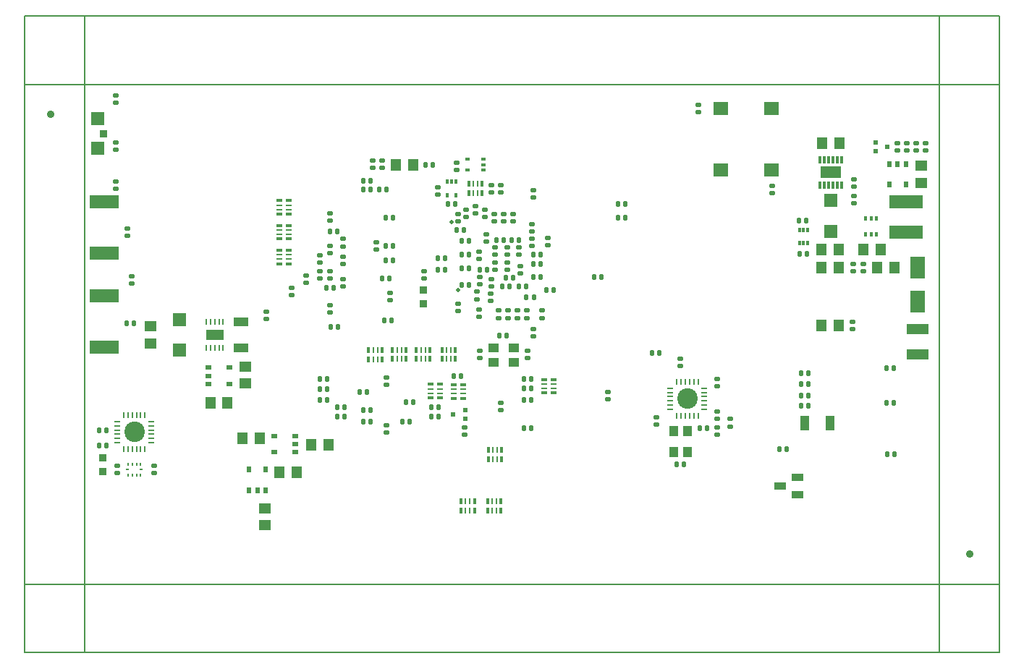
<source format=gbp>
G04 Layer_Color=128*
%FSLAX25Y25*%
%MOIN*%
G70*
G01*
G75*
%ADD12R,0.02362X0.01654*%
%ADD13R,0.05906X0.05906*%
%ADD14R,0.03543X0.03543*%
%ADD15R,0.05315X0.05000*%
%ADD16R,0.03500X0.03500*%
%ADD26C,0.03500*%
%ADD33R,0.05000X0.05315*%
%ADD40R,0.01969X0.01969*%
%ADD41R,0.05906X0.05906*%
%ADD46R,0.02500X0.01500*%
%ADD47R,0.02500X0.01100*%
%ADD48R,0.01500X0.02500*%
%ADD49R,0.01100X0.02500*%
%ADD59R,0.01654X0.02362*%
%ADD63R,0.02165X0.03150*%
%ADD64R,0.03937X0.06890*%
%ADD65R,0.04331X0.05118*%
%ADD115C,0.00500*%
%ADD165C,0.01969*%
%ADD166R,0.01368X0.01969*%
%ADD167R,0.07087X0.06299*%
%ADD168R,0.06890X0.09843*%
%ADD169R,0.10000X0.05000*%
%ADD170R,0.06890X0.03937*%
%ADD171R,0.05512X0.03543*%
%ADD172R,0.15748X0.05906*%
%ADD173R,0.13386X0.05906*%
%ADD174R,0.03150X0.02165*%
%ADD175R,0.02953X0.01102*%
%ADD177R,0.01102X0.02953*%
%ADD179R,0.01181X0.03347*%
%ADD181R,0.01102X0.03150*%
%ADD182R,0.05118X0.04331*%
%ADD183R,0.00984X0.01772*%
%ADD184R,0.01772X0.00984*%
G04:AMPARAMS|DCode=222|XSize=22.64mil|YSize=28.94mil|CornerRadius=6.64mil|HoleSize=0mil|Usage=FLASHONLY|Rotation=90.000|XOffset=0mil|YOffset=0mil|HoleType=Round|Shape=RoundedRectangle|*
%AMROUNDEDRECTD222*
21,1,0.02264,0.01565,0,0,90.0*
21,1,0.00935,0.02894,0,0,90.0*
1,1,0.01329,0.00783,0.00468*
1,1,0.01329,0.00783,-0.00468*
1,1,0.01329,-0.00783,-0.00468*
1,1,0.01329,-0.00783,0.00468*
%
%ADD222ROUNDEDRECTD222*%
G04:AMPARAMS|DCode=223|XSize=22.64mil|YSize=28.94mil|CornerRadius=6.64mil|HoleSize=0mil|Usage=FLASHONLY|Rotation=0.000|XOffset=0mil|YOffset=0mil|HoleType=Round|Shape=RoundedRectangle|*
%AMROUNDEDRECTD223*
21,1,0.02264,0.01565,0,0,0.0*
21,1,0.00935,0.02894,0,0,0.0*
1,1,0.01329,0.00468,-0.00783*
1,1,0.01329,-0.00468,-0.00783*
1,1,0.01329,-0.00468,0.00783*
1,1,0.01329,0.00468,0.00783*
%
%ADD223ROUNDEDRECTD223*%
%ADD235C,0.09449*%
%ADD236R,0.09449X0.05512*%
%ADD237R,0.07874X0.04921*%
D12*
X-20669Y195866D02*
D03*
Y190748D02*
D03*
X-13189D02*
D03*
Y193307D02*
D03*
X-13189Y195866D02*
D03*
D13*
X-190847Y214567D02*
D03*
X-190945Y200787D02*
D03*
D14*
X-188386Y207677D02*
D03*
D15*
X188583Y185039D02*
D03*
Y192913D02*
D03*
X-122835Y92520D02*
D03*
Y100394D02*
D03*
X-166535Y111024D02*
D03*
Y118898D02*
D03*
X-113779Y35039D02*
D03*
Y27165D02*
D03*
D16*
X-40945Y135495D02*
D03*
Y129196D02*
D03*
X-188583Y58268D02*
D03*
Y51968D02*
D03*
D26*
X210630Y13779D02*
D03*
X-212598Y216535D02*
D03*
D33*
X169685Y154331D02*
D03*
X161811D02*
D03*
X142520D02*
D03*
X150394D02*
D03*
X-116266Y67120D02*
D03*
X-124140D02*
D03*
X-107087Y51575D02*
D03*
X-99213D02*
D03*
X-45669Y193307D02*
D03*
X-53543D02*
D03*
X-92520Y64173D02*
D03*
X-84646D02*
D03*
X-138976Y83465D02*
D03*
X-131102D02*
D03*
X175984Y146063D02*
D03*
X168110D02*
D03*
X142520Y119291D02*
D03*
X150394D02*
D03*
X142520Y146063D02*
D03*
X150394D02*
D03*
X142913Y203150D02*
D03*
X150787D02*
D03*
D40*
X-21654Y80315D02*
D03*
Y76378D02*
D03*
X-27165Y78347D02*
D03*
X167323Y199606D02*
D03*
Y203543D02*
D03*
X172835Y201575D02*
D03*
D41*
X146850Y176772D02*
D03*
Y162598D02*
D03*
X-153150Y107874D02*
D03*
Y122047D02*
D03*
D46*
X19094Y88189D02*
D03*
Y94390D02*
D03*
X14764D02*
D03*
Y88189D02*
D03*
X-26772Y91929D02*
D03*
Y85728D02*
D03*
X-22441D02*
D03*
Y91929D02*
D03*
X-102953Y165354D02*
D03*
Y159153D02*
D03*
X-107283D02*
D03*
Y165354D02*
D03*
X-102953Y153937D02*
D03*
Y147736D02*
D03*
X-107283D02*
D03*
Y153937D02*
D03*
X-102953Y176772D02*
D03*
Y170571D02*
D03*
X-107283D02*
D03*
Y176772D02*
D03*
X-33268Y92126D02*
D03*
Y85925D02*
D03*
X-37598D02*
D03*
Y92126D02*
D03*
D47*
X19094Y90354D02*
D03*
Y92323D02*
D03*
X14764D02*
D03*
Y90354D02*
D03*
X-26772Y89764D02*
D03*
Y87795D02*
D03*
X-22441D02*
D03*
Y89764D02*
D03*
X-102953Y163189D02*
D03*
Y161221D02*
D03*
X-107283D02*
D03*
Y163189D02*
D03*
X-102953Y151772D02*
D03*
Y149803D02*
D03*
X-107283D02*
D03*
Y151772D02*
D03*
X-102953Y174606D02*
D03*
Y172638D02*
D03*
X-107283D02*
D03*
Y174606D02*
D03*
X-33268Y89961D02*
D03*
Y87992D02*
D03*
X-37598D02*
D03*
Y89961D02*
D03*
D48*
X-11024Y57677D02*
D03*
X-4823D02*
D03*
Y62008D02*
D03*
X-11024D02*
D03*
X-55118Y108071D02*
D03*
X-48917D02*
D03*
Y103740D02*
D03*
X-55118D02*
D03*
X-13780Y180118D02*
D03*
X-19980D02*
D03*
Y184449D02*
D03*
X-13780D02*
D03*
X-44094Y108071D02*
D03*
X-37894D02*
D03*
Y103740D02*
D03*
X-44094D02*
D03*
X-66142Y107996D02*
D03*
X-59941D02*
D03*
Y103665D02*
D03*
X-66142D02*
D03*
X-32283Y108071D02*
D03*
X-26083D02*
D03*
Y103740D02*
D03*
X-32283D02*
D03*
X-17323Y34055D02*
D03*
X-23524D02*
D03*
Y38386D02*
D03*
X-17323D02*
D03*
X-5118Y34055D02*
D03*
X-11319D02*
D03*
Y38386D02*
D03*
X-5118D02*
D03*
D49*
X-8858Y57677D02*
D03*
X-6890D02*
D03*
Y62008D02*
D03*
X-8858D02*
D03*
X-52953Y108071D02*
D03*
X-50984D02*
D03*
Y103740D02*
D03*
X-52953D02*
D03*
X-15945Y180118D02*
D03*
X-17913D02*
D03*
Y184449D02*
D03*
X-15945D02*
D03*
X-41929Y108071D02*
D03*
X-39961D02*
D03*
Y103740D02*
D03*
X-41929D02*
D03*
X-63976Y107996D02*
D03*
X-62008D02*
D03*
Y103665D02*
D03*
X-63976D02*
D03*
X-30118Y108071D02*
D03*
X-28150D02*
D03*
Y103740D02*
D03*
X-30118D02*
D03*
X-19488Y34055D02*
D03*
X-21457D02*
D03*
Y38386D02*
D03*
X-19488D02*
D03*
X-7283Y34055D02*
D03*
X-9252D02*
D03*
Y38386D02*
D03*
X-7283D02*
D03*
D59*
X167913Y168701D02*
D03*
X165354D02*
D03*
X162795D02*
D03*
Y161221D02*
D03*
X165354D02*
D03*
X167913Y161221D02*
D03*
D63*
X-117323Y43307D02*
D03*
X-113583D02*
D03*
X-121063D02*
D03*
Y52756D02*
D03*
X-113583D02*
D03*
X177559Y193701D02*
D03*
X173819D02*
D03*
X181299D02*
D03*
Y184252D02*
D03*
X173819D02*
D03*
D64*
X146457Y74144D02*
D03*
X134646D02*
D03*
D65*
X74311Y70472D02*
D03*
Y61024D02*
D03*
X80807D02*
D03*
Y70472D02*
D03*
D115*
X224409Y230315D02*
Y261811D01*
X-196851Y230315D02*
X196850D01*
Y261811D02*
X224409D01*
X196850Y230315D02*
X224410D01*
X196850D02*
Y261811D01*
X-196851Y230315D02*
X132283D01*
X-224409Y230315D02*
Y261811D01*
Y230315D02*
X-196850D01*
X-196850Y230315D02*
Y261811D01*
X-224410Y261811D02*
X-193307D01*
X-196851Y261811D02*
X196850D01*
X224410Y-31496D02*
Y-0D01*
X196851Y0D02*
X224410D01*
X224410Y0D01*
X196851Y-31496D02*
Y-0D01*
Y-31496D02*
X224410D01*
X224410Y0D02*
X224410Y-0D01*
X-224409Y-31496D02*
X-196850D01*
X-224409D02*
Y-0D01*
X-196850D01*
Y-31496D02*
Y-0D01*
Y-31496D02*
X196851D01*
X-196850Y0D02*
X196851D01*
X-224409Y250000D02*
X-224409Y-31496D01*
X196850Y250000D02*
X196851Y-19685D01*
X224410Y250000D02*
X224410Y-19685D01*
X-196850Y-31496D02*
Y250000D01*
D165*
X-27953Y166929D02*
D03*
X-24803Y135433D02*
D03*
D166*
X136221Y157087D02*
D03*
X134252D02*
D03*
X132283D02*
D03*
Y163386D02*
D03*
X134252D02*
D03*
X136221Y163386D02*
D03*
X-29921Y179134D02*
D03*
X-25984D02*
D03*
Y185433D02*
D03*
X-27953D02*
D03*
X-29921D02*
D03*
D167*
X119291Y219291D02*
D03*
Y190945D02*
D03*
X96063Y219291D02*
D03*
Y190945D02*
D03*
D168*
X186614Y146063D02*
D03*
X186713Y130315D02*
D03*
D169*
X186614Y105905D02*
D03*
Y117717D02*
D03*
D170*
X-124803Y109055D02*
D03*
Y120866D02*
D03*
D171*
X123524Y45276D02*
D03*
X131496Y49213D02*
D03*
Y41339D02*
D03*
D172*
X181496Y176378D02*
D03*
Y162205D02*
D03*
D173*
X-187795Y152559D02*
D03*
Y176181D02*
D03*
Y109252D02*
D03*
Y132874D02*
D03*
D174*
X-100000Y64567D02*
D03*
Y68307D02*
D03*
Y60827D02*
D03*
X-109449D02*
D03*
Y68307D02*
D03*
X-139764Y96063D02*
D03*
Y92323D02*
D03*
Y99803D02*
D03*
X-130315D02*
D03*
Y92323D02*
D03*
D175*
X88583Y80512D02*
D03*
Y82480D02*
D03*
Y84449D02*
D03*
X72835D02*
D03*
X88583Y90354D02*
D03*
Y88386D02*
D03*
Y86417D02*
D03*
X72835Y90354D02*
D03*
Y88386D02*
D03*
Y86417D02*
D03*
Y82480D02*
D03*
Y80512D02*
D03*
X-166142Y65158D02*
D03*
Y67126D02*
D03*
Y69095D02*
D03*
Y71063D02*
D03*
X-181890Y65158D02*
D03*
Y67126D02*
D03*
Y69095D02*
D03*
Y71063D02*
D03*
Y73032D02*
D03*
Y75000D02*
D03*
X-166142D02*
D03*
Y73032D02*
D03*
D177*
X85630Y77559D02*
D03*
X83661D02*
D03*
X81693D02*
D03*
X79724D02*
D03*
X77756D02*
D03*
X75787D02*
D03*
X77756Y93405D02*
D03*
X79724D02*
D03*
X85630D02*
D03*
X75787D02*
D03*
X81693D02*
D03*
X83661D02*
D03*
X-169095Y62205D02*
D03*
X-171063D02*
D03*
X-173031D02*
D03*
X-175000D02*
D03*
X-176969D02*
D03*
X-178937D02*
D03*
Y78051D02*
D03*
X-176969D02*
D03*
X-175000D02*
D03*
X-173031D02*
D03*
X-171063D02*
D03*
X-169095D02*
D03*
D179*
X151772Y183957D02*
D03*
X149803D02*
D03*
X147835D02*
D03*
X145866D02*
D03*
X143898D02*
D03*
X141929D02*
D03*
X141929Y195522D02*
D03*
X143898D02*
D03*
X145866D02*
D03*
X147835D02*
D03*
X149803D02*
D03*
X151772D02*
D03*
D181*
X-133071Y109055D02*
D03*
X-135039D02*
D03*
X-137008D02*
D03*
X-138976D02*
D03*
X-140945D02*
D03*
Y120866D02*
D03*
X-138976D02*
D03*
X-137008D02*
D03*
X-135039D02*
D03*
X-133071D02*
D03*
D182*
X-8661Y102264D02*
D03*
X787D02*
D03*
Y108760D02*
D03*
X-8661D02*
D03*
D183*
X-175000Y50295D02*
D03*
X-173031D02*
D03*
X-171063D02*
D03*
X-171063Y55216D02*
D03*
X-173031D02*
D03*
X-175000D02*
D03*
X-176969D02*
D03*
Y50295D02*
D03*
D184*
X-170768Y52756D02*
D03*
X-177264D02*
D03*
D222*
X-5118Y83563D02*
D03*
Y80216D02*
D03*
X9843Y114075D02*
D03*
Y117421D02*
D03*
X119685Y183563D02*
D03*
Y180217D02*
D03*
X9843Y181595D02*
D03*
Y178248D02*
D03*
X-101575Y133366D02*
D03*
Y136713D02*
D03*
X-83858Y140847D02*
D03*
Y144193D02*
D03*
X-14961Y107579D02*
D03*
Y104232D02*
D03*
X-113386Y122343D02*
D03*
Y125689D02*
D03*
X-56299Y131004D02*
D03*
Y134350D02*
D03*
X-83858Y128445D02*
D03*
Y125098D02*
D03*
X100394Y72736D02*
D03*
Y76083D02*
D03*
X94488Y72146D02*
D03*
Y68799D02*
D03*
X-15280Y126476D02*
D03*
Y123130D02*
D03*
X-22047Y72146D02*
D03*
Y68799D02*
D03*
X-15354Y153248D02*
D03*
Y149902D02*
D03*
X-24803Y129232D02*
D03*
Y125886D02*
D03*
X-14961Y141437D02*
D03*
Y138091D02*
D03*
X-40551Y140847D02*
D03*
Y144193D02*
D03*
X-11811Y161122D02*
D03*
Y157776D02*
D03*
X-62598Y154232D02*
D03*
Y157579D02*
D03*
X-77953Y140650D02*
D03*
Y137303D02*
D03*
X-12598Y169193D02*
D03*
Y172539D02*
D03*
X-16929Y170866D02*
D03*
Y174213D02*
D03*
X-16142Y131398D02*
D03*
Y134744D02*
D03*
X-25591Y190847D02*
D03*
Y194193D02*
D03*
X-21260Y169193D02*
D03*
Y172539D02*
D03*
X-24803Y167224D02*
D03*
Y170571D02*
D03*
X-59842Y192028D02*
D03*
Y195374D02*
D03*
X-83858Y167618D02*
D03*
Y170965D02*
D03*
X-57874Y69980D02*
D03*
Y73327D02*
D03*
X-88583Y148327D02*
D03*
Y151673D02*
D03*
Y144193D02*
D03*
Y140847D02*
D03*
X94488Y76279D02*
D03*
Y79626D02*
D03*
X-175197Y141831D02*
D03*
Y138484D02*
D03*
X-34252Y179429D02*
D03*
Y182776D02*
D03*
X-64173Y192028D02*
D03*
Y195374D02*
D03*
X-182677Y200295D02*
D03*
Y203642D02*
D03*
Y185531D02*
D03*
Y182185D02*
D03*
X-177165Y163878D02*
D03*
Y160531D02*
D03*
X-182677Y221949D02*
D03*
Y225295D02*
D03*
X-164961Y54429D02*
D03*
Y51083D02*
D03*
X-57874Y95374D02*
D03*
Y92028D02*
D03*
X177559Y199902D02*
D03*
Y203248D02*
D03*
X181890Y199902D02*
D03*
Y203248D02*
D03*
X190551Y199902D02*
D03*
Y203248D02*
D03*
X77559Y100689D02*
D03*
Y104035D02*
D03*
X157480Y183366D02*
D03*
Y186713D02*
D03*
Y178839D02*
D03*
Y175492D02*
D03*
X-9449Y183957D02*
D03*
Y180610D02*
D03*
X-5118Y183957D02*
D03*
Y180610D02*
D03*
X13780Y126083D02*
D03*
Y122736D02*
D03*
X85827Y220965D02*
D03*
Y217618D02*
D03*
X186221Y199902D02*
D03*
Y203248D02*
D03*
X6693Y126083D02*
D03*
Y122736D02*
D03*
X3937Y143209D02*
D03*
Y146555D02*
D03*
X-9843Y130610D02*
D03*
Y133957D02*
D03*
X-1969Y126083D02*
D03*
Y122736D02*
D03*
X-8268Y167224D02*
D03*
Y170571D02*
D03*
X394Y167224D02*
D03*
Y170571D02*
D03*
X9055Y162500D02*
D03*
Y165847D02*
D03*
X-3937Y167224D02*
D03*
Y170571D02*
D03*
X44094Y85335D02*
D03*
Y88681D02*
D03*
X9055Y155807D02*
D03*
Y159153D02*
D03*
X-9449Y137303D02*
D03*
Y140650D02*
D03*
X-7874Y148130D02*
D03*
Y144783D02*
D03*
X-6299Y126083D02*
D03*
Y122736D02*
D03*
X2362Y126083D02*
D03*
Y122736D02*
D03*
X3150Y155217D02*
D03*
Y151870D02*
D03*
X-7874Y155217D02*
D03*
Y151870D02*
D03*
X-2362Y155217D02*
D03*
Y151870D02*
D03*
Y148130D02*
D03*
Y144783D02*
D03*
X94488Y91240D02*
D03*
Y94587D02*
D03*
X156693Y120965D02*
D03*
Y117618D02*
D03*
X161811Y144390D02*
D03*
Y147736D02*
D03*
X157087Y144390D02*
D03*
Y147736D02*
D03*
X7087Y104232D02*
D03*
Y107579D02*
D03*
X-181890Y54429D02*
D03*
Y51083D02*
D03*
X-77953Y155732D02*
D03*
Y159079D02*
D03*
X-94882Y142224D02*
D03*
Y138878D02*
D03*
X-83858Y152570D02*
D03*
Y155917D02*
D03*
X66535Y76870D02*
D03*
Y73524D02*
D03*
X16535Y159439D02*
D03*
Y156093D02*
D03*
X-77953Y147638D02*
D03*
Y150984D02*
D03*
D223*
X175689Y99606D02*
D03*
X172343D02*
D03*
X-186909Y63779D02*
D03*
X-190256D02*
D03*
X-3839Y158661D02*
D03*
X-7185D02*
D03*
X8760Y90158D02*
D03*
X5413D02*
D03*
X135925Y152362D02*
D03*
X132579D02*
D03*
X132185Y167717D02*
D03*
X135531D02*
D03*
X-26870Y96063D02*
D03*
X-23524D02*
D03*
X-190256Y70866D02*
D03*
X-186909D02*
D03*
X-37106Y81496D02*
D03*
X-33760D02*
D03*
X-37106Y77165D02*
D03*
X-33760D02*
D03*
X-177657Y120079D02*
D03*
X-174311D02*
D03*
X-56595Y140945D02*
D03*
X-59941D02*
D03*
X-58366Y168898D02*
D03*
X-55020D02*
D03*
Y149213D02*
D03*
X-58366D02*
D03*
X-23327Y158268D02*
D03*
X-19980D02*
D03*
X-23327Y151969D02*
D03*
X-19980D02*
D03*
X-23327Y145669D02*
D03*
X-19980D02*
D03*
X-23327Y137795D02*
D03*
X-19980D02*
D03*
X-80216Y118504D02*
D03*
X-83563D02*
D03*
X-55020Y155905D02*
D03*
X-58366D02*
D03*
X-58760Y121546D02*
D03*
X-55413D02*
D03*
X-31004Y144882D02*
D03*
X-34350D02*
D03*
X75886Y55216D02*
D03*
X79232D02*
D03*
X86516Y72047D02*
D03*
X89862D02*
D03*
X123130Y62205D02*
D03*
X126476D02*
D03*
X8760Y85039D02*
D03*
X5413D02*
D03*
X9744Y141732D02*
D03*
X13091D02*
D03*
X8760Y94488D02*
D03*
X5413D02*
D03*
X9941Y132283D02*
D03*
X6594D02*
D03*
X8760Y72047D02*
D03*
X5413D02*
D03*
X492Y141339D02*
D03*
X-2854D02*
D03*
X-11713Y144882D02*
D03*
X-15059D02*
D03*
X9744Y147638D02*
D03*
X13091D02*
D03*
X-98Y158661D02*
D03*
X3248D02*
D03*
X41043Y141732D02*
D03*
X37697D02*
D03*
X-65256Y185827D02*
D03*
X-68602D02*
D03*
X3051Y137402D02*
D03*
X6398D02*
D03*
X-4429D02*
D03*
X-1083D02*
D03*
X-39862Y193307D02*
D03*
X-36516D02*
D03*
X-22343Y163386D02*
D03*
X-25689D02*
D03*
X15650Y135433D02*
D03*
X18996D02*
D03*
X-83957Y162598D02*
D03*
X-80610D02*
D03*
X-82185Y136614D02*
D03*
X-85532D02*
D03*
X9744Y151969D02*
D03*
X13091D02*
D03*
X-85335Y85039D02*
D03*
X-88681D02*
D03*
Y94488D02*
D03*
X-85335D02*
D03*
X48720Y168898D02*
D03*
X52067D02*
D03*
X-77067Y77165D02*
D03*
X-80413D02*
D03*
X-77067Y81496D02*
D03*
X-80413D02*
D03*
X-47146Y74803D02*
D03*
X-50492D02*
D03*
X-45571Y83858D02*
D03*
X-48917D02*
D03*
X-68602Y74803D02*
D03*
X-65256D02*
D03*
X64468Y106693D02*
D03*
X67815D02*
D03*
X-34350Y150394D02*
D03*
X-31004D02*
D03*
X132972Y97244D02*
D03*
X136319D02*
D03*
X-85335Y89764D02*
D03*
X-88681D02*
D03*
X-26280Y175197D02*
D03*
X-29626D02*
D03*
X172736Y59842D02*
D03*
X176083D02*
D03*
X175689Y83465D02*
D03*
X172343D02*
D03*
X132972Y92126D02*
D03*
X136319D02*
D03*
X52067Y175197D02*
D03*
X48720D02*
D03*
X-6004Y114567D02*
D03*
X-2657D02*
D03*
X132972Y87008D02*
D03*
X136319D02*
D03*
X-61122Y181777D02*
D03*
X-57776D02*
D03*
X-65256Y181890D02*
D03*
X-68602D02*
D03*
X132972Y82284D02*
D03*
X136319D02*
D03*
X-65256Y80315D02*
D03*
X-68602D02*
D03*
X-70177Y88583D02*
D03*
X-66831D02*
D03*
D235*
X80709Y85433D02*
D03*
X-174016Y70079D02*
D03*
D236*
X146850Y189764D02*
D03*
D237*
X-137008Y114961D02*
D03*
M02*

</source>
